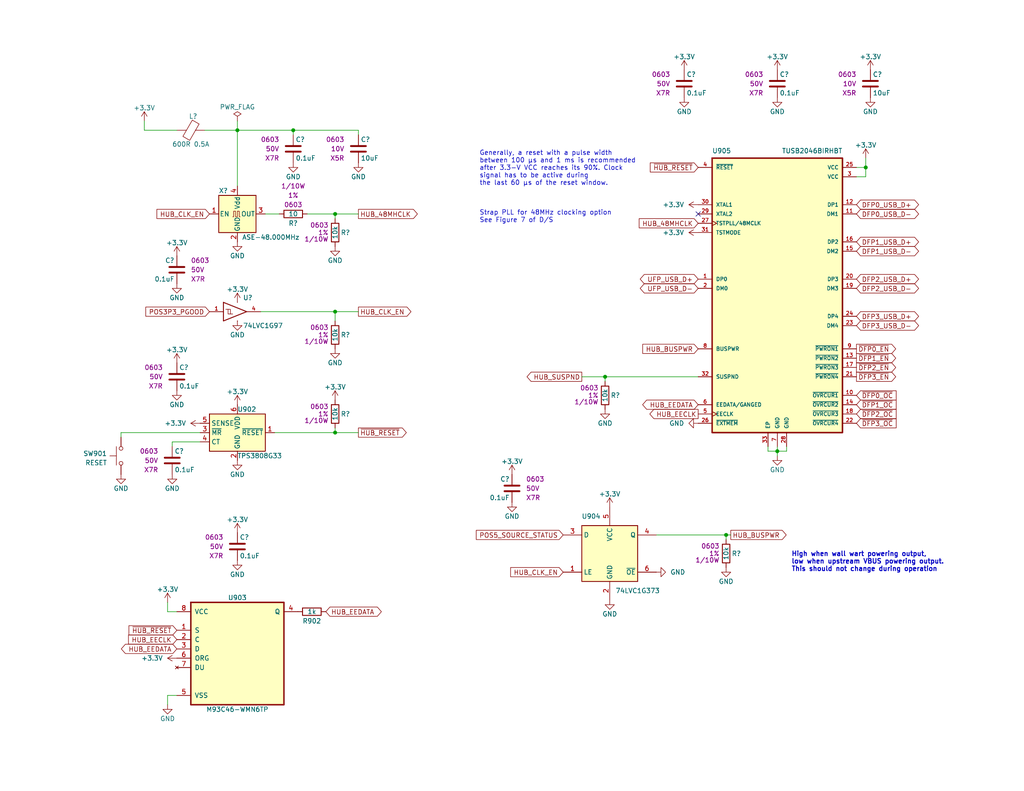
<source format=kicad_sch>
(kicad_sch (version 20230121) (generator eeschema)
  (paper "A")
  (title_block (title "USB Hub") (date "2023-08-20") (rev "PRELIM") (company "Drew Maatman"))
  (lib_symbols
    (symbol "74xGxx:74LVC1G373"
      (property "Reference" "U" (at -5.08 10.16 0))
      (property "Value" "74LVC1G373" (at 7.62 -10.16 0))
      (symbol "74LVC1G373_0_1"
        (rectangle (start -7.62 7.62) (end 7.62 -7.62) (stroke (width 0.254)) (fill (type background)))
      )
      (symbol "74LVC1G373_1_1"
        (pin input line (at -12.7 -5.08 0) (length 5.08) (name "LE") (number "1"))
        (pin power_in line (at 0 -12.7 90) (length 5.08) (name "GND") (number "2"))
        (pin input line (at -12.7 5.08 0) (length 5.08) (name "D") (number "3"))
        (pin tri_state line (at 12.7 5.08 180) (length 5.08) (name "Q") (number "4"))
        (pin power_in line (at 0 12.7 270) (length 5.08) (name "VCC") (number "5"))
        (pin input line (at 12.7 -5.08 180) (length 5.08) (name "~{OE}") (number "6"))
      )
    )
    (symbol "Custom Library:M93C46-WMN6TP" (pin_names (offset 1.016))
      (property "Reference" "U" (at 0 11.43 0))
      (property "Value" "M93C46-WMN6TP" (at 0 -19.05 0))
      (symbol "M93C46-WMN6TP_0_0"
        (rectangle (start -12.7 10.16) (end 12.7 -17.78) (stroke (width 0.4064)) (fill (type background)))
      )
      (symbol "M93C46-WMN6TP_1_0"
        (pin input line (at -16.51 2.54 0) (length 3.81) (name "S") (number "1"))
        (pin input line (at -16.51 0 0) (length 3.81) (name "C") (number "2"))
        (pin input line (at -16.51 -2.54 0) (length 3.81) (name "D") (number "3"))
        (pin output line (at 16.51 7.62 180) (length 3.81) (name "Q") (number "4"))
        (pin passive line (at -16.51 -15.24 0) (length 3.81) (name "VSS") (number "5"))
        (pin input line (at -16.51 -5.08 0) (length 3.81) (name "ORG") (number "6"))
        (pin no_connect line (at -16.51 -7.62 0) (length 3.81) (name "DU") (number "7"))
        (pin power_in line (at -16.51 7.62 0) (length 3.81) (name "VCC") (number "8"))
      )
    )
    (symbol "Custom Library:TUSB2046BIRHBT" (pin_names (offset 1.016))
      (property "Reference" "U" (at -17.78 36.83 0))
      (property "Value" "TUSB2046BIRHBT" (at 17.78 36.83 0))
      (symbol "TUSB2046BIRHBT_0_0"
        (rectangle (start -17.78 35.56) (end 17.78 -39.37) (stroke (width 0.4064)) (fill (type background)))
        (pin bidirectional line (at -21.59 2.54 0) (length 3.81) (name "DP0") (number "1"))
        (pin input line (at 21.59 -29.21 180) (length 3.81) (name "~{OVRCUR1}") (number "10"))
        (pin bidirectional line (at 21.59 20.32 180) (length 3.81) (name "DM1") (number "11"))
        (pin bidirectional line (at 21.59 22.86 180) (length 3.81) (name "DP1") (number "12"))
        (pin output line (at 21.59 -19.05 180) (length 3.81) (name "~{PWRON2}") (number "13"))
        (pin input line (at 21.59 -31.75 180) (length 3.81) (name "~{OVRCUR2}") (number "14"))
        (pin bidirectional line (at 21.59 10.16 180) (length 3.81) (name "DM2") (number "15"))
        (pin bidirectional line (at 21.59 12.7 180) (length 3.81) (name "DP2") (number "16"))
        (pin output line (at 21.59 -21.59 180) (length 3.81) (name "~{PWRON3}") (number "17"))
        (pin input line (at 21.59 -34.29 180) (length 3.81) (name "~{OVRCUR3}") (number "18"))
        (pin bidirectional line (at 21.59 0 180) (length 3.81) (name "DM3") (number "19"))
        (pin bidirectional line (at -21.59 0 0) (length 3.81) (name "DM0") (number "2"))
        (pin bidirectional line (at 21.59 2.54 180) (length 3.81) (name "DP3") (number "20"))
        (pin output line (at 21.59 -24.13 180) (length 3.81) (name "~{PWRON4}") (number "21"))
        (pin input line (at 21.59 -36.83 180) (length 3.81) (name "~{OVRCUR4}") (number "22"))
        (pin bidirectional line (at 21.59 -10.16 180) (length 3.81) (name "DM4") (number "23"))
        (pin bidirectional line (at 21.59 -7.62 180) (length 3.81) (name "DP4") (number "24"))
        (pin power_in line (at 21.59 33.02 180) (length 3.81) (name "VCC") (number "25"))
        (pin bidirectional clock (at -21.59 17.78 0) (length 3.81) (name "TSTPLL/48MCLK") (number "27"))
        (pin power_in line (at 2.54 -43.18 90) (length 3.81) (name "GND") (number "28"))
        (pin output line (at -21.59 20.32 0) (length 3.81) (name "XTAL2") (number "29"))
        (pin input line (at -21.59 22.86 0) (length 3.81) (name "XTAL1") (number "30"))
        (pin input line (at -21.59 15.24 0) (length 3.81) (name "TSTMODE") (number "31"))
        (pin output line (at -21.59 -24.13 0) (length 3.81) (name "SUSPND") (number "32"))
        (pin bidirectional line (at -2.54 -43.18 90) (length 3.81) (name "EP") (number "33"))
        (pin input line (at -21.59 33.02 0) (length 3.81) (name "~{RESET}") (number "4"))
        (pin output clock (at -21.59 -34.29 0) (length 3.81) (name "EECLK") (number "5"))
        (pin bidirectional line (at -21.59 -31.75 0) (length 3.81) (name "EEDATA/GANGED") (number "6"))
        (pin input line (at -21.59 -16.51 0) (length 3.81) (name "BUSPWR") (number "8"))
        (pin output line (at 21.59 -16.51 180) (length 3.81) (name "~{PWRON1}") (number "9"))
      )
      (symbol "TUSB2046BIRHBT_1_0"
        (pin input line (at -21.59 -36.83 0) (length 3.81) (name "~{EXTMEM}") (number "26"))
        (pin power_in line (at 21.59 30.48 180) (length 3.81) (name "VCC") (number "3"))
        (pin power_in line (at 0 -43.18 90) (length 3.81) (name "GND") (number "7"))
      )
    )
    (symbol "Custom_Library:74LVC1G97_Power_BUF" (pin_names (offset 1.016) hide)
      (property "Reference" "U" (at 1.524 3.81 0))
      (property "Value" "74LVC1G97_Power_BUF" (at 1.524 -3.81 0))
      (symbol "74LVC1G97_Power_BUF_1_1"
        (polyline (pts (xy -2.54 0.635) (xy -1.905 0.635) (xy -1.905 -0.635)))
        (polyline (pts (xy -3.81 2.54) (xy -3.81 -2.54) (xy 2.54 0) (xy -3.81 2.54)) (stroke (width 0.254)))
        (polyline (pts (xy -3.175 0.635) (xy -2.54 0.635) (xy -2.54 -0.635) (xy -1.27 -0.635)))
        (pin input line (at -7.62 0 0) (length 3.81) (name "~") (number "1"))
        (pin power_in line (at 0 -2.54 270) (length 0) (name "GND") (number "2"))
        (pin power_in line (at 0 -2.54 270) (length 0) (name "GND") (number "3"))
        (pin output line (at 6.35 0 180) (length 3.81) (name "~") (number "4"))
        (pin power_in line (at 0 2.54 90) (length 0) (name "VCC") (number "5"))
        (pin power_in line (at 0 -2.54 270) (length 0) (name "GND") (number "6"))
      )
    )
    (symbol "Custom_Library:C_Custom" (pin_numbers hide) (pin_names (offset 0.254))
      (property "Reference" "C" (at 0.635 2.54 0))
      (property "Value" "C_Custom" (at 0.635 -2.54 0))
      (property "display_footprint" "Foot" (at -3.81 2.54 0))
      (property "Voltage" "V" (at -3.81 0 0))
      (property "Dielectric" "Er" (at -3.81 -2.54 0))
      (symbol "C_Custom_0_1"
        (polyline (pts (xy -2.032 -0.762) (xy 2.032 -0.762)) (stroke (width 0.508)))
        (polyline (pts (xy -2.032 0.762) (xy 2.032 0.762)) (stroke (width 0.508)))
      )
      (symbol "C_Custom_1_1"
        (pin passive line (at 0 3.81 270) (length 2.794) (name "~") (number "1"))
        (pin passive line (at 0 -3.81 90) (length 2.794) (name "~") (number "2"))
      )
    )
    (symbol "Custom_Library:R_Custom" (pin_numbers hide) (pin_names (offset 1.016) hide)
      (property "Reference" "R" (at -2.54 0 90))
      (property "Value" "R_Custom" (at 0 0 90))
      (property "display_footprint" "Foot" (at 2.54 0 90))
      (property "Tolerance" "Tol" (at 5.08 0 90))
      (property "Wattage" "W" (at 7.62 0 90))
      (symbol "R_Custom_0_1"
        (rectangle (start 1.016 2.54) (end -1.016 -2.54) (stroke (width 0.254)))
      )
      (symbol "R_Custom_1_1"
        (pin passive line (at 0 3.81 270) (length 1.27) (name "1") (number "1"))
        (pin passive line (at 0 -3.81 90) (length 1.27) (name "2") (number "2"))
      )
    )
    (symbol "Device:Ferrite_Bead" (pin_numbers hide) (pin_names (offset 0))
      (property "Reference" "FB" (at -3.81 0.635 90))
      (property "Value" "Device_Ferrite_Bead" (at 3.81 0 90))
      (symbol "Ferrite_Bead_0_1"
        (polyline (pts (xy 0 -1.27) (xy 0 -1.2192)))
        (polyline (pts (xy 0 1.27) (xy 0 1.2954)))
        (polyline (pts (xy -2.7686 0.4064) (xy -1.7018 2.2606) (xy 2.7686 -0.3048) (xy 1.6764 -2.159) (xy -2.7686 0.4064)))
      )
      (symbol "Ferrite_Bead_1_1"
        (pin passive line (at 0 3.81 270) (length 2.54) (name "~") (number "1"))
        (pin passive line (at 0 -3.81 90) (length 2.54) (name "~") (number "2"))
      )
    )
    (symbol "Oscillator:ASE-xxxMHz" (pin_names (offset 0.254))
      (property "Reference" "X" (at -5.08 6.35 0))
      (property "Value" "ASE-xxxMHz" (at 1.27 -6.35 0))
      (symbol "ASE-xxxMHz_0_1"
        (rectangle (start -5.08 5.08) (end 5.08 -5.08) (stroke (width 0.254)) (fill (type background)))
        (polyline (pts (xy -1.27 -0.762) (xy -1.016 -0.762) (xy -1.016 0.762) (xy -0.508 0.762) (xy -0.508 -0.762) (xy 0 -0.762) (xy 0 0.762) (xy 0.508 0.762) (xy 0.508 -0.762) (xy 0.762 -0.762)))
      )
      (symbol "ASE-xxxMHz_1_1"
        (pin input line (at -7.62 0 0) (length 2.54) (name "EN") (number "1"))
        (pin power_in line (at 0 -7.62 90) (length 2.54) (name "GND") (number "2"))
        (pin output line (at 7.62 0 180) (length 2.54) (name "OUT") (number "3"))
        (pin power_in line (at 0 7.62 270) (length 2.54) (name "Vdd") (number "4"))
      )
    )
    (symbol "Power_Supervisor:TPS3808DBV"
      (property "Reference" "U" (at 0 8.89 0))
      (property "Value" "TPS3808DBV" (at 0 6.35 0))
      (symbol "TPS3808DBV_0_1"
        (rectangle (start -7.62 5.08) (end 7.62 -5.08) (stroke (width 0.254)) (fill (type background)))
      )
      (symbol "TPS3808DBV_1_1"
        (pin output line (at 10.16 0 180) (length 2.54) (name "~{RESET}") (number "1"))
        (pin power_in line (at 0 -7.62 90) (length 2.54) (name "GND") (number "2"))
        (pin input line (at -10.16 0 0) (length 2.54) (name "~{MR}") (number "3"))
        (pin input line (at -10.16 -2.54 0) (length 2.54) (name "CT") (number "4"))
        (pin input line (at -10.16 2.54 0) (length 2.54) (name "SENSE") (number "5"))
        (pin power_in line (at 0 7.62 270) (length 2.54) (name "VDD") (number "6"))
      )
    )
    (symbol "Switch:SW_Push" (pin_numbers hide) (pin_names (offset 1.016) hide)
      (property "Reference" "SW" (at 1.27 2.54 0))
      (property "Value" "SW_Push" (at 0 -1.524 0))
      (symbol "SW_Push_0_1"
        (circle (center -2.032 0) (radius 0.508))
        (polyline (pts (xy 0 1.27) (xy 0 3.048)))
        (polyline (pts (xy 2.54 1.27) (xy -2.54 1.27)))
        (circle (center 2.032 0) (radius 0.508))
        (pin passive line (at -5.08 0 0) (length 2.54) (name "1") (number "1"))
        (pin passive line (at 5.08 0 180) (length 2.54) (name "2") (number "2"))
      )
    )
    (symbol "power:+3.3V" (power) (pin_names (offset 0))
      (property "Value" "+3.3V" (at 0 3.556 0))
      (symbol "+3.3V_0_1"
        (polyline (pts (xy -0.762 1.27) (xy 0 2.54)))
        (polyline (pts (xy 0 0) (xy 0 2.54)))
        (polyline (pts (xy 0 2.54) (xy 0.762 1.27)))
      )
      (symbol "+3.3V_1_1"
        (pin power_in line (at 0 0 90) (length 0) hide (name "+3.3V") (number "1"))
      )
    )
    (symbol "power:GND" (power) (pin_names (offset 0))
      (property "Value" "GND" (at 0 -3.81 0))
      (symbol "GND_0_1"
        (polyline (pts (xy 0 0) (xy 0 -1.27) (xy 1.27 -1.27) (xy 0 -2.54) (xy -1.27 -1.27) (xy 0 -1.27)))
      )
      (symbol "GND_1_1"
        (pin power_in line (at 0 0 270) (length 0) hide (name "GND") (number "1"))
      )
    )
    (symbol "power:PWR_FLAG" (power) (pin_numbers hide) (pin_names (offset 0) hide)
      (property "Value" "PWR_FLAG" (at 0 3.81 0))
      (symbol "PWR_FLAG_0_0"
        (pin power_out line (at 0 0 90) (length 0) (name "pwr") (number "1"))
      )
      (symbol "PWR_FLAG_0_1"
        (polyline (pts (xy 0 0) (xy 0 1.27) (xy -1.016 1.905) (xy 0 2.54) (xy 1.016 1.905) (xy 0 1.27)))
      )
    )
  )
  (junction (at 80.01 35.56))
  (junction (at 212.09 123.19))
  (junction (at 198.12 146.05))
  (junction (at 64.77 35.56))
  (junction (at 165.1 102.87))
  (junction (at 91.44 85.09))
  (junction (at 91.44 58.42))
  (junction (at 236.22 45.72))
  (junction (at 91.44 118.11))
  (no_connect (at 190.5 58.42))
  (wire (pts (xy 233.68 48.26) (xy 236.22 48.26)))
  (wire (pts (xy 76.2 58.42) (xy 72.39 58.42)))
  (wire (pts (xy 46.99 120.65) (xy 46.99 121.92)))
  (wire (pts (xy 214.63 121.92) (xy 214.63 123.19)))
  (wire (pts (xy 91.44 58.42) (xy 91.44 59.69)))
  (wire (pts (xy 64.77 35.56) (xy 64.77 50.8)))
  (wire (pts (xy 209.55 121.92) (xy 209.55 123.19)))
  (wire (pts (xy 80.01 35.56) (xy 97.79 35.56)))
  (wire (pts (xy 80.01 35.56) (xy 64.77 35.56)))
  (wire (pts (xy 212.09 123.19) (xy 212.09 124.46)))
  (wire (pts (xy 64.77 33.02) (xy 64.77 35.56)))
  (wire (pts (xy 179.07 146.05) (xy 198.12 146.05)))
  (wire (pts (xy 91.44 87.63) (xy 91.44 85.09)))
  (wire (pts (xy 198.12 146.05) (xy 198.12 147.32)))
  (wire (pts (xy 190.5 102.87) (xy 165.1 102.87)))
  (wire (pts (xy 45.72 189.865) (xy 48.26 189.865)))
  (wire (pts (xy 39.37 35.56) (xy 48.26 35.56)))
  (wire (pts (xy 54.61 120.65) (xy 46.99 120.65)))
  (wire (pts (xy 45.72 167.005) (xy 45.72 164.465)))
  (wire (pts (xy 158.75 102.87) (xy 165.1 102.87)))
  (wire (pts (xy 39.37 33.02) (xy 39.37 35.56)))
  (wire (pts (xy 236.22 43.18) (xy 236.22 45.72)))
  (wire (pts (xy 74.93 118.11) (xy 91.44 118.11)))
  (wire (pts (xy 209.55 123.19) (xy 212.09 123.19)))
  (wire (pts (xy 45.72 167.005) (xy 48.26 167.005)))
  (wire (pts (xy 83.82 58.42) (xy 91.44 58.42)))
  (wire (pts (xy 97.79 85.09) (xy 91.44 85.09)))
  (wire (pts (xy 33.02 118.11) (xy 33.02 119.38)))
  (wire (pts (xy 91.44 118.11) (xy 91.44 116.84)))
  (wire (pts (xy 80.01 36.83) (xy 80.01 35.56)))
  (wire (pts (xy 212.09 123.19) (xy 214.63 123.19)))
  (wire (pts (xy 97.79 35.56) (xy 97.79 36.83)))
  (wire (pts (xy 91.44 118.11) (xy 97.79 118.11)))
  (wire (pts (xy 45.72 192.405) (xy 45.72 189.865)))
  (wire (pts (xy 54.61 118.11) (xy 33.02 118.11)))
  (wire (pts (xy 236.22 45.72) (xy 236.22 48.26)))
  (wire (pts (xy 165.1 102.87) (xy 165.1 104.14)))
  (wire (pts (xy 233.68 45.72) (xy 236.22 45.72)))
  (wire (pts (xy 71.12 85.09) (xy 91.44 85.09)))
  (wire (pts (xy 97.79 58.42) (xy 91.44 58.42)))
  (wire (pts (xy 55.88 35.56) (xy 64.77 35.56)))
  (wire (pts (xy 212.09 121.92) (xy 212.09 123.19)))
  (wire (pts (xy 198.12 146.05) (xy 199.39 146.05)))
  (text "Strap PLL for 48MHz clocking option\nSee Figure 7 of D/S" (at 130.81 60.96 0) (effects (font (size 1.27 1.27)) (justify left bottom)))
  (text "Generally, a reset with a pulse width\nbetween 100 μs and 1 ms is recommended\nafter 3.3-V VCC reaches its 90%. Clock\nsignal has to be active during\nthe last 60 μs of the reset window.\n" (at 130.81 50.8 0) (effects (font (size 1.27 1.27)) (justify left bottom)))
  (text "High when wall wart powering output,\nlow when upstream VBUS powering output.\nThis should not change during operation" (at 215.9 156.21 0) (effects (font (size 1.27 1.27) bold) (justify left bottom)))
  (global_label "POS5_SOURCE_STATUS" (shape input) (at 153.67 146.05 180) (property "Intersheetrefs" "${INTERSHEET_REFS}" (effects hide)))
  (global_label "~{HUB_RESET}" (shape output) (at 97.79 118.11 0) (property "Intersheetrefs" "${INTERSHEET_REFS}" (effects hide)))
  (global_label "DFP3_USB_D+" (shape bidirectional) (at 233.68 86.36 0) (property "Intersheetrefs" "${INTERSHEET_REFS}" (effects hide)))
  (global_label "HUB_EECLK" (shape output) (at 190.5 113.03 180) (property "Intersheetrefs" "${INTERSHEET_REFS}" (effects hide)))
  (global_label "~{DFP1_EN}" (shape output) (at 233.68 97.79 0) (property "Intersheetrefs" "${INTERSHEET_REFS}" (effects hide)))
  (global_label "HUB_CLK_EN" (shape input) (at 153.67 156.21 180) (property "Intersheetrefs" "${INTERSHEET_REFS}" (effects hide)))
  (global_label "HUB_BUSPWR" (shape output) (at 199.39 146.05 0) (property "Intersheetrefs" "${INTERSHEET_REFS}" (effects hide)))
  (global_label "UFP_USB_D-" (shape bidirectional) (at 190.5 78.74 180) (property "Intersheetrefs" "${INTERSHEET_REFS}" (effects hide)))
  (global_label "~{DFP0_OC}" (shape input) (at 233.68 107.95 0) (property "Intersheetrefs" "${INTERSHEET_REFS}" (effects hide)))
  (global_label "~{HUB_RESET}" (shape input) (at 190.5 45.72 180) (property "Intersheetrefs" "${INTERSHEET_REFS}" (effects hide)))
  (global_label "HUB_BUSPWR" (shape input) (at 190.5 95.25 180) (property "Intersheetrefs" "${INTERSHEET_REFS}" (effects hide)))
  (global_label "DFP3_USB_D-" (shape bidirectional) (at 233.68 88.9 0) (property "Intersheetrefs" "${INTERSHEET_REFS}" (effects hide)))
  (global_label "HUB_SUSPND" (shape output) (at 158.75 102.87 180) (property "Intersheetrefs" "${INTERSHEET_REFS}" (effects hide)))
  (global_label "HUB_48MHCLK" (shape input) (at 190.5 60.96 180) (property "Intersheetrefs" "${INTERSHEET_REFS}" (effects hide)))
  (global_label "DFP1_USB_D+" (shape bidirectional) (at 233.68 66.04 0) (property "Intersheetrefs" "${INTERSHEET_REFS}" (effects hide)))
  (global_label "~{DFP3_OC}" (shape input) (at 233.68 115.57 0) (property "Intersheetrefs" "${INTERSHEET_REFS}" (effects hide)))
  (global_label "DFP2_USB_D+" (shape bidirectional) (at 233.68 76.2 0) (property "Intersheetrefs" "${INTERSHEET_REFS}" (effects hide)))
  (global_label "~{DFP2_EN}" (shape output) (at 233.68 100.33 0) (property "Intersheetrefs" "${INTERSHEET_REFS}" (effects hide)))
  (global_label "~{DFP0_EN}" (shape output) (at 233.68 95.25 0) (property "Intersheetrefs" "${INTERSHEET_REFS}" (effects hide)))
  (global_label "UFP_USB_D+" (shape bidirectional) (at 190.5 76.2 180) (property "Intersheetrefs" "${INTERSHEET_REFS}" (effects hide)))
  (global_label "HUB_48MHCLK" (shape output) (at 97.79 58.42 0) (property "Intersheetrefs" "${INTERSHEET_REFS}" (effects hide)))
  (global_label "DFP0_USB_D-" (shape bidirectional) (at 233.68 58.42 0) (property "Intersheetrefs" "${INTERSHEET_REFS}" (effects hide)))
  (global_label "~{DFP3_EN}" (shape output) (at 233.68 102.87 0) (property "Intersheetrefs" "${INTERSHEET_REFS}" (effects hide)))
  (global_label "DFP0_USB_D+" (shape bidirectional) (at 233.68 55.88 0) (property "Intersheetrefs" "${INTERSHEET_REFS}" (effects hide)))
  (global_label "~{HUB_RESET}" (shape input) (at 48.26 172.085 180) (property "Intersheetrefs" "${INTERSHEET_REFS}" (effects hide)))
  (global_label "HUB_EEDATA" (shape bidirectional) (at 48.26 177.165 180) (property "Intersheetrefs" "${INTERSHEET_REFS}" (effects hide)))
  (global_label "HUB_EEDATA" (shape bidirectional) (at 88.9 167.005 0) (property "Intersheetrefs" "${INTERSHEET_REFS}" (effects hide)))
  (global_label "HUB_CLK_EN" (shape output) (at 97.79 85.09 0) (property "Intersheetrefs" "${INTERSHEET_REFS}" (effects hide)))
  (global_label "DFP1_USB_D-" (shape bidirectional) (at 233.68 68.58 0) (property "Intersheetrefs" "${INTERSHEET_REFS}" (effects hide)))
  (global_label "HUB_CLK_EN" (shape input) (at 57.15 58.42 180) (property "Intersheetrefs" "${INTERSHEET_REFS}" (effects hide)))
  (global_label "HUB_EEDATA" (shape bidirectional) (at 190.5 110.49 180) (property "Intersheetrefs" "${INTERSHEET_REFS}" (effects hide)))
  (global_label "DFP2_USB_D-" (shape bidirectional) (at 233.68 78.74 0) (property "Intersheetrefs" "${INTERSHEET_REFS}" (effects hide)))
  (global_label "HUB_EECLK" (shape input) (at 48.26 174.625 180) (property "Intersheetrefs" "${INTERSHEET_REFS}" (effects hide)))
  (global_label "~{DFP1_OC}" (shape input) (at 233.68 110.49 0) (property "Intersheetrefs" "${INTERSHEET_REFS}" (effects hide)))
  (global_label "POS3P3_PGOOD" (shape input) (at 57.15 85.09 180) (property "Intersheetrefs" "${INTERSHEET_REFS}" (effects hide)))
  (global_label "~{DFP2_OC}" (shape input) (at 233.68 113.03 0) (property "Intersheetrefs" "${INTERSHEET_REFS}" (effects hide)))
  (symbol (lib_id "power:+3.3V") (at 64.77 82.55 0) (unit 1)
    (property "Reference" "#PWR?" (effects hide))
    (property "Value" "+3.3V" (at 64.77 78.994 0))
    (instances (project "LED_Panel_Controller" (path "" (reference "#PWR?") (unit 1)) (path "" (reference "#PWR?") (unit 1))) (project "USB_Hub" (path "" (reference "#PWR0913") (unit 1))))
  )
  (symbol (lib_id "power:GND") (at 212.09 26.67 0) (unit 1)
    (property "Reference" "#PWR?" (effects hide))
    (property "Value" "GND" (at 212.09 30.48 0))
    (instances (project "USB_Hub" (path "" (reference "#PWR?") (unit 1)) (path "" (reference "#PWR?") (unit 1)) (path "" (reference "#PWR0937") (unit 1))))
  )
  (symbol (lib_id "power:GND") (at 48.26 106.68 0) (unit 1)
    (property "Reference" "#PWR?" (effects hide))
    (property "Value" "GND" (at 48.26 110.49 0))
    (instances (project "USB_Hub" (path "" (reference "#PWR?") (unit 1)) (path "" (reference "#PWR?") (unit 1)) (path "" (reference "#PWR0909") (unit 1))))
  )
  (symbol (lib_id "Custom_Library:C_Custom") (at 237.49 22.86 0) (unit 1)
    (property "Reference" "C?" (at 238.125 20.32 0) (effects (justify left)))
    (property "Value" "10uF" (at 238.125 25.4 0) (effects (justify left)))
    (property "Footprint" "Capacitors_SMD:C_0603" (effects hide))
    (property "display_footprint" "0603" (at 233.68 20.32 0) (effects (justify right)))
    (property "Voltage" "10V" (at 233.68 22.86 0) (effects (justify right)))
    (property "Dielectric" "X5R" (at 233.68 25.4 0) (effects (justify right)))
    (property "Digi-Key PN" "1276-1871-1-ND" (effects hide))
    (instances (project "Analog_Clock" (path "" (reference "C?") (unit 1)) (path "" (reference "C?") (unit 1)) (path "" (reference "C?") (unit 1)) (path "" (reference "C?") (unit 1)) (path "" (reference "C?") (unit 1)) (path "" (reference "C?") (unit 1)) (path "" (reference "C?") (unit 1)) (path "" (reference "C?") (unit 1)) (path "" (reference "C?") (unit 1)) (path "" (reference "C?") (unit 1)) (path "" (reference "C?") (unit 1))) (project "Nixie_Clock_Core" (path "" (reference "C?") (unit 1))) (project "USB_Hub" (path "" (reference "C910") (unit 1))))
  )
  (symbol (lib_id "power:+3.3V") (at 190.5 55.88 90) (unit 1)
    (property "Reference" "#PWR0932" (effects hide))
    (property "Value" "+3.3V" (at 186.69 55.88 90) (effects (justify left)))
  )
  (symbol (lib_id "Switch:SW_Push") (at 33.02 124.46 90) (unit 1)
    (property "Reference" "SW901" (at 29.21 123.825 90) (effects (justify left)))
    (property "Value" "RESET" (at 29.21 126.365 90) (effects (justify left)))
  )
  (symbol (lib_id "power:+3.3V") (at 48.26 69.85 0) (unit 1)
    (property "Reference" "#PWR?" (effects hide))
    (property "Value" "+3.3V" (at 48.26 66.294 0))
    (instances (project "LED_Panel_Controller" (path "" (reference "#PWR?") (unit 1)) (path "" (reference "#PWR?") (unit 1))) (project "USB_Hub" (path "" (reference "#PWR0906") (unit 1))))
  )
  (symbol (lib_id "power:PWR_FLAG") (at 64.77 33.02 0) (unit 1)
    (property "Reference" "#FLG?" (effects hide))
    (property "Value" "PWR_FLAG" (at 64.77 29.21 0))
    (instances (project "LED_Panel_Controller" (path "" (reference "#FLG?") (unit 1))) (project "USB_Hub" (path "" (reference "#FLG0901") (unit 1))))
  )
  (symbol (lib_id "power:+3.3V") (at 236.22 43.18 0) (unit 1)
    (property "Reference" "#PWR0939" (effects hide))
    (property "Value" "+3.3V" (at 236.22 39.624 0))
  )
  (symbol (lib_id "Custom Library:M93C46-WMN6TP") (at 64.77 174.625 0) (unit 1)
    (property "Reference" "U903" (at 64.77 163.195 0))
    (property "Value" "M93C46-WMN6TP" (at 64.77 193.675 0))
    (property "Footprint" "Package_SO:SOIC-8_3.9x4.9mm_P1.27mm" (effects hide))
    (property "Datasheet" "https://www.st.com/resource/en/datasheet/m93c46-w.pdf" (effects hide))
  )
  (symbol (lib_id "Custom_Library:R_Custom") (at 91.44 113.03 0) (mirror y) (unit 1)
    (property "Reference" "R?" (at 92.964 113.03 0) (effects (justify right)))
    (property "Value" "10k" (at 91.44 113.03 90))
    (property "Footprint" "Resistors_SMD:R_0402" (effects hide))
    (property "display_footprint" "0603" (at 89.662 110.998 0) (effects (justify left)))
    (property "Tolerance" "1%" (at 89.662 113.03 0) (effects (justify left)))
    (property "Wattage" "1/10W" (at 89.662 114.808 0) (effects (justify left)))
    (instances (project "LED_Panel_Controller" (path "" (reference "R?") (unit 1)) (path "" (reference "R?") (unit 1)) (path "" (reference "R?") (unit 1)) (path "" (reference "R?") (unit 1)) (path "" (reference "R?") (unit 1)) (path "" (reference "R?") (unit 1)) (path "" (reference "R?") (unit 1)) (path "" (reference "R?") (unit 1)) (path "" (reference "R?") (unit 1)) (path "" (reference "R?") (unit 1)) (path "" (reference "R?") (unit 1))) (project "USB_Hub" (path "" (reference "R905") (unit 1))))
  )
  (symbol (lib_id "power:GND") (at 166.37 163.83 0) (unit 1)
    (property "Reference" "#PWR0928" (effects hide))
    (property "Value" "GND" (at 166.37 167.64 0))
  )
  (symbol (lib_id "power:GND") (at 80.01 44.45 0) (unit 1)
    (property "Reference" "#PWR?" (effects hide))
    (property "Value" "GND" (at 80.01 48.26 0))
    (instances (project "LED_Panel_Controller" (path "" (reference "#PWR?") (unit 1))) (project "USB_Hub" (path "" (reference "#PWR0919") (unit 1))))
  )
  (symbol (lib_id "Custom_Library:R_Custom") (at 85.09 167.005 270) (mirror x) (unit 1)
    (property "Reference" "R?" (at 85.09 169.545 90))
    (property "Value" "1k" (at 85.09 167.005 90))
    (property "Footprint" "Resistors_SMD:R_0603" (effects hide))
    (property "display_footprint" "0603" (effects hide))
    (property "Tolerance" "1%" (effects hide))
    (property "Wattage" "1/10W" (effects hide))
    (instances (project "USB_Hub" (path "" (reference "R902") (unit 1))))
  )
  (symbol (lib_id "Custom Library:TUSB2046BIRHBT") (at 212.09 78.74 0) (unit 1)
    (property "Reference" "U905" (at 194.31 41.91 0) (effects (justify left bottom)))
    (property "Value" "TUSB2046BIRHBT" (at 229.87 41.91 0) (effects (justify right bottom)))
    (property "Footprint" "Package_DFN_QFN:VQFN-32-1EP_5x5mm_P0.5mm_EP3.5x3.5mm" (effects hide))
    (property "Datasheet" "https://www.ti.com/lit/ds/symlink/tusb2046b.pdf?HQS=dis-dk-null-digikeymode-dsf-pf-null-wwe&ts=1691607490658&ref_url=https%253A%252F%252Fwww.ti.com%252Fgeneral%252Fdocs%252Fsuppproductinfo.tsp%253FdistId%253D10%2526gotoUrl%253Dhttps%253A%252F%252Fwww.ti.com%252Flit%252Fgpn%252Ftusb2046b" (effects hide))
    (property "Digi-Key PN" "296-27130-1-ND" (effects hide))
  )
  (symbol (lib_id "power:+3.3V") (at 64.77 145.415 0) (unit 1)
    (property "Reference" "#PWR0917" (effects hide))
    (property "Value" "+3.3V" (at 64.77 141.859 0))
  )
  (symbol (lib_id "power:+3.3V") (at 186.69 19.05 0) (unit 1)
    (property "Reference" "#PWR0930" (effects hide))
    (property "Value" "+3.3V" (at 186.69 15.494 0))
  )
  (symbol (lib_id "power:+3.3V") (at 48.26 99.06 0) (unit 1)
    (property "Reference" "#PWR0908" (effects hide))
    (property "Value" "+3.3V" (at 48.26 95.504 0))
  )
  (symbol (lib_id "Custom_Library:C_Custom") (at 186.69 22.86 0) (unit 1)
    (property "Reference" "C?" (at 187.325 20.32 0) (effects (justify left)))
    (property "Value" "0.1uF" (at 187.325 25.4 0) (effects (justify left)))
    (property "Footprint" "Capacitors_SMD:C_0603" (effects hide))
    (property "display_footprint" "0603" (at 182.88 20.32 0) (effects (justify right)))
    (property "Voltage" "50V" (at 182.88 22.86 0) (effects (justify right)))
    (property "Dielectric" "X7R" (at 182.88 25.4 0) (effects (justify right)))
    (property "Digi-Key PN" "1276-1935-1-ND" (effects hide))
    (instances (project "USB_Hub" (path "" (reference "C?") (unit 1)) (path "" (reference "C?") (unit 1)) (path "" (reference "C908") (unit 1))))
  )
  (symbol (lib_id "Custom_Library:74LVC1G97_Power_BUF") (at 64.77 85.09 0) (unit 1)
    (property "Reference" "U?" (at 66.294 81.28 0) (effects (justify left)))
    (property "Value" "74LVC1G97" (at 66.294 88.9 0) (effects (justify left)))
    (property "Footprint" "Package_TO_SOT_SMD:SOT-363_SC-70-6" (effects hide))
    (property "Datasheet" "http://www.ti.com/lit/ds/symlink/sn74lvc1g97.pdf" (effects hide))
    (property "Digi-Key PN" "1727-1772-1-ND" (effects hide))
    (instances (project "LED_Panel_Controller" (path "" (reference "U?") (unit 1))) (project "USB_Hub" (path "" (reference "U901") (unit 1))))
  )
  (symbol (lib_id "power:GND") (at 64.77 66.04 0) (unit 1)
    (property "Reference" "#PWR?" (effects hide))
    (property "Value" "GND" (at 64.77 69.85 0))
    (instances (project "LED_Panel_Controller" (path "" (reference "#PWR?") (unit 1))) (project "USB_Hub" (path "" (reference "#PWR0912") (unit 1))))
  )
  (symbol (lib_id "power:GND") (at 165.1 111.76 0) (unit 1)
    (property "Reference" "#PWR0926" (effects hide))
    (property "Value" "GND" (at 165.1 115.57 0))
  )
  (symbol (lib_id "power:+3.3V") (at 64.77 110.49 0) (unit 1)
    (property "Reference" "#PWR0915" (effects hide))
    (property "Value" "+3.3V" (at 64.77 106.934 0))
  )
  (symbol (lib_id "power:GND") (at 48.26 77.47 0) (unit 1)
    (property "Reference" "#PWR?" (effects hide))
    (property "Value" "GND" (at 48.26 81.28 0))
    (instances (project "LED_Panel_Controller" (path "" (reference "#PWR?") (unit 1)) (path "" (reference "#PWR?") (unit 1))) (project "USB_Hub" (path "" (reference "#PWR0907") (unit 1))))
  )
  (symbol (lib_id "Custom_Library:R_Custom") (at 80.01 58.42 90) (unit 1)
    (property "Reference" "R?" (at 80.01 60.96 90))
    (property "Value" "10" (at 80.01 58.42 90))
    (property "Footprint" "Resistors_SMD:R_0402" (effects hide))
    (property "display_footprint" "0603" (at 80.01 55.88 90))
    (property "Tolerance" "1%" (at 80.01 53.34 90))
    (property "Wattage" "1/10W" (at 80.01 50.8 90))
    (instances (project "LED_Panel_Controller" (path "" (reference "R?") (unit 1)) (path "" (reference "R?") (unit 1))) (project "USB_Hub" (path "" (reference "R901") (unit 1))))
  )
  (symbol (lib_id "power:+3.3V") (at 91.44 109.22 0) (unit 1)
    (property "Reference" "#PWR0922" (effects hide))
    (property "Value" "+3.3V" (at 91.44 105.664 0))
  )
  (symbol (lib_id "power:GND") (at 212.09 124.46 0) (unit 1)
    (property "Reference" "#PWR0938" (effects hide))
    (property "Value" "GND" (at 212.09 128.27 0))
  )
  (symbol (lib_id "Custom_Library:C_Custom") (at 46.99 125.73 0) (unit 1)
    (property "Reference" "C?" (at 47.625 123.19 0) (effects (justify left)))
    (property "Value" "0.1uF" (at 47.625 128.27 0) (effects (justify left)))
    (property "Footprint" "Capacitors_SMD:C_0603" (effects hide))
    (property "display_footprint" "0603" (at 43.18 123.19 0) (effects (justify right)))
    (property "Voltage" "50V" (at 43.18 125.73 0) (effects (justify right)))
    (property "Dielectric" "X7R" (at 43.18 128.27 0) (effects (justify right)))
    (property "Digi-Key PN" "1276-1935-1-ND" (effects hide))
    (instances (project "USB_Hub" (path "" (reference "C?") (unit 1)) (path "" (reference "C?") (unit 1)) (path "" (reference "C901") (unit 1))))
  )
  (symbol (lib_id "power:GND") (at 46.99 129.54 0) (unit 1)
    (property "Reference" "#PWR?" (effects hide))
    (property "Value" "GND" (at 46.99 133.35 0))
    (instances (project "LED_Panel_Controller" (path "" (reference "#PWR?") (unit 1)) (path "" (reference "#PWR?") (unit 1))) (project "USB_Hub" (path "" (reference "#PWR0905") (unit 1))))
  )
  (symbol (lib_id "power:+3.3V") (at 237.49 19.05 0) (unit 1)
    (property "Reference" "#PWR0940" (effects hide))
    (property "Value" "+3.3V" (at 237.49 15.494 0))
  )
  (symbol (lib_id "Custom_Library:C_Custom") (at 48.26 102.87 0) (unit 1)
    (property "Reference" "C?" (at 48.895 100.33 0) (effects (justify left)))
    (property "Value" "0.1uF" (at 48.895 105.41 0) (effects (justify left)))
    (property "Footprint" "Capacitors_SMD:C_0603" (effects hide))
    (property "display_footprint" "0603" (at 44.45 100.33 0) (effects (justify right)))
    (property "Voltage" "50V" (at 44.45 102.87 0) (effects (justify right)))
    (property "Dielectric" "X7R" (at 44.45 105.41 0) (effects (justify right)))
    (property "Digi-Key PN" "1276-1935-1-ND" (effects hide))
    (instances (project "USB_Hub" (path "" (reference "C?") (unit 1)) (path "" (reference "C?") (unit 1)) (path "" (reference "C903") (unit 1))))
  )
  (symbol (lib_id "power:GND") (at 91.44 95.25 0) (unit 1)
    (property "Reference" "#PWR?" (effects hide))
    (property "Value" "GND" (at 91.44 99.06 0))
    (instances (project "LED_Panel_Controller" (path "" (reference "#PWR?") (unit 1)) (path "" (reference "#PWR?") (unit 1))) (project "USB_Hub" (path "" (reference "#PWR0921") (unit 1))))
  )
  (symbol (lib_id "power:+3.3V") (at 212.09 19.05 0) (unit 1)
    (property "Reference" "#PWR0936" (effects hide))
    (property "Value" "+3.3V" (at 212.09 15.494 0))
  )
  (symbol (lib_id "power:GND") (at 97.79 44.45 0) (unit 1)
    (property "Reference" "#PWR?" (effects hide))
    (property "Value" "GND" (at 97.79 48.26 0))
    (instances (project "LED_Panel_Controller" (path "" (reference "#PWR?") (unit 1))) (project "USB_Hub" (path "" (reference "#PWR0923") (unit 1))))
  )
  (symbol (lib_id "power:GND") (at 91.44 67.31 0) (unit 1)
    (property "Reference" "#PWR?" (effects hide))
    (property "Value" "GND" (at 91.44 71.12 0))
    (instances (project "LED_Panel_Controller" (path "" (reference "#PWR?") (unit 1)) (path "" (reference "#PWR?") (unit 1)) (path "" (reference "#PWR?") (unit 1)) (path "" (reference "#PWR?") (unit 1)) (path "" (reference "#PWR?") (unit 1))) (project "USB_Hub" (path "" (reference "#PWR0920") (unit 1))))
  )
  (symbol (lib_id "power:+3.3V") (at 139.7 129.54 0) (unit 1)
    (property "Reference" "#PWR?" (effects hide))
    (property "Value" "+3.3V" (at 139.7 125.984 0))
    (instances (project "LED_Panel_Controller" (path "" (reference "#PWR?") (unit 1)) (path "" (reference "#PWR?") (unit 1))) (project "USB_Hub" (path "" (reference "#PWR0924") (unit 1))))
  )
  (symbol (lib_id "power:GND") (at 33.02 129.54 0) (unit 1)
    (property "Reference" "#PWR?" (effects hide))
    (property "Value" "GND" (at 33.02 133.35 0))
    (instances (project "LED_Panel_Controller" (path "" (reference "#PWR?") (unit 1)) (path "" (reference "#PWR?") (unit 1))) (project "USB_Hub" (path "" (reference "#PWR0901") (unit 1))))
  )
  (symbol (lib_id "power:GND") (at 45.72 192.405 0) (unit 1)
    (property "Reference" "#PWR0904" (effects hide))
    (property "Value" "GND" (at 45.72 196.215 0))
  )
  (symbol (lib_id "Custom_Library:C_Custom") (at 64.77 149.225 0) (unit 1)
    (property "Reference" "C?" (at 65.405 146.685 0) (effects (justify left)))
    (property "Value" "0.1uF" (at 65.405 151.765 0) (effects (justify left)))
    (property "Footprint" "Capacitors_SMD:C_0603" (effects hide))
    (property "display_footprint" "0603" (at 60.96 146.685 0) (effects (justify right)))
    (property "Voltage" "50V" (at 60.96 149.225 0) (effects (justify right)))
    (property "Dielectric" "X7R" (at 60.96 151.765 0) (effects (justify right)))
    (property "Digi-Key PN" "1276-1935-1-ND" (effects hide))
    (instances (project "USB_Hub" (path "" (reference "C?") (unit 1)) (path "" (reference "C?") (unit 1)) (path "" (reference "C904") (unit 1))))
  )
  (symbol (lib_id "power:GND") (at 198.12 154.94 0) (unit 1)
    (property "Reference" "#PWR0935" (effects hide))
    (property "Value" "GND" (at 198.12 158.75 0))
  )
  (symbol (lib_id "Custom_Library:R_Custom") (at 198.12 151.13 0) (mirror y) (unit 1)
    (property "Reference" "R?" (at 199.644 151.13 0) (effects (justify right)))
    (property "Value" "10k" (at 198.12 151.13 90))
    (property "Footprint" "Resistors_SMD:R_0402" (effects hide))
    (property "display_footprint" "0603" (at 196.342 149.098 0) (effects (justify left)))
    (property "Tolerance" "1%" (at 196.342 151.13 0) (effects (justify left)))
    (property "Wattage" "1/10W" (at 196.342 152.908 0) (effects (justify left)))
    (instances (project "LED_Panel_Controller" (path "" (reference "R?") (unit 1)) (path "" (reference "R?") (unit 1)) (path "" (reference "R?") (unit 1)) (path "" (reference "R?") (unit 1)) (path "" (reference "R?") (unit 1)) (path "" (reference "R?") (unit 1)) (path "" (reference "R?") (unit 1)) (path "" (reference "R?") (unit 1)) (path "" (reference "R?") (unit 1)) (path "" (reference "R?") (unit 1)) (path "" (reference "R?") (unit 1))) (project "USB_Hub" (path "" (reference "R907") (unit 1))))
  )
  (symbol (lib_id "power:+3.3V") (at 48.26 179.705 90) (unit 1)
    (property "Reference" "#PWR0910" (effects hide))
    (property "Value" "+3.3V" (at 44.45 179.705 90) (effects (justify left)))
  )
  (symbol (lib_id "Custom_Library:C_Custom") (at 97.79 40.64 0) (unit 1)
    (property "Reference" "C?" (at 98.425 38.1 0) (effects (justify left)))
    (property "Value" "10uF" (at 98.425 43.18 0) (effects (justify left)))
    (property "Footprint" "Capacitors_SMD:C_0603" (effects hide))
    (property "display_footprint" "0603" (at 93.98 38.1 0) (effects (justify right)))
    (property "Voltage" "10V" (at 93.98 40.64 0) (effects (justify right)))
    (property "Dielectric" "X5R" (at 93.98 43.18 0) (effects (justify right)))
    (property "Digi-Key PN" "1276-1871-1-ND" (effects hide))
    (instances (project "LED_Panel_Controller" (path "" (reference "C?") (unit 1)) (path "" (reference "C?") (unit 1)) (path "" (reference "C?") (unit 1)) (path "" (reference "C?") (unit 1)) (path "" (reference "C?") (unit 1)) (path "" (reference "C?") (unit 1)) (path "" (reference "C?") (unit 1)) (path "" (reference "C?") (unit 1)) (path "" (reference "C?") (unit 1))) (project "USB_Hub" (path "" (reference "C906") (unit 1))))
  )
  (symbol (lib_id "Custom_Library:R_Custom") (at 165.1 107.95 0) (mirror y) (unit 1)
    (property "Reference" "R?" (at 166.624 107.95 0) (effects (justify right)))
    (property "Value" "10k" (at 165.1 107.95 90))
    (property "Footprint" "Resistors_SMD:R_0402" (effects hide))
    (property "display_footprint" "0603" (at 163.322 105.918 0) (effects (justify left)))
    (property "Tolerance" "1%" (at 163.322 107.95 0) (effects (justify left)))
    (property "Wattage" "1/10W" (at 163.322 109.728 0) (effects (justify left)))
    (instances (project "LED_Panel_Controller" (path "" (reference "R?") (unit 1)) (path "" (reference "R?") (unit 1)) (path "" (reference "R?") (unit 1)) (path "" (reference "R?") (unit 1)) (path "" (reference "R?") (unit 1)) (path "" (reference "R?") (unit 1)) (path "" (reference "R?") (unit 1)) (path "" (reference "R?") (unit 1)) (path "" (reference "R?") (unit 1)) (path "" (reference "R?") (unit 1)) (path "" (reference "R?") (unit 1))) (project "USB_Hub" (path "" (reference "R906") (unit 1))))
  )
  (symbol (lib_id "Custom_Library:R_Custom") (at 91.44 63.5 0) (mirror y) (unit 1)
    (property "Reference" "R?" (at 92.964 63.5 0) (effects (justify right)))
    (property "Value" "10k" (at 91.44 63.5 90))
    (property "Footprint" "Resistors_SMD:R_0402" (effects hide))
    (property "display_footprint" "0603" (at 89.662 61.468 0) (effects (justify left)))
    (property "Tolerance" "1%" (at 89.662 63.5 0) (effects (justify left)))
    (property "Wattage" "1/10W" (at 89.662 65.278 0) (effects (justify left)))
    (instances (project "LED_Panel_Controller" (path "" (reference "R?") (unit 1)) (path "" (reference "R?") (unit 1)) (path "" (reference "R?") (unit 1)) (path "" (reference "R?") (unit 1)) (path "" (reference "R?") (unit 1)) (path "" (reference "R?") (unit 1)) (path "" (reference "R?") (unit 1)) (path "" (reference "R?") (unit 1)) (path "" (reference "R?") (unit 1)) (path "" (reference "R?") (unit 1)) (path "" (reference "R?") (unit 1))) (project "USB_Hub" (path "" (reference "R903") (unit 1))))
  )
  (symbol (lib_id "Custom_Library:C_Custom") (at 80.01 40.64 0) (unit 1)
    (property "Reference" "C?" (at 80.645 38.1 0) (effects (justify left)))
    (property "Value" "0.1uF" (at 80.645 43.18 0) (effects (justify left)))
    (property "Footprint" "Capacitors_SMD:C_0603" (effects hide))
    (property "display_footprint" "0603" (at 76.2 38.1 0) (effects (justify right)))
    (property "Voltage" "50V" (at 76.2 40.64 0) (effects (justify right)))
    (property "Dielectric" "X7R" (at 76.2 43.18 0) (effects (justify right)))
    (property "Digi-Key PN" "1276-1935-1-ND" (effects hide))
    (instances (project "LED_Panel_Controller" (path "" (reference "C?") (unit 1)) (path "" (reference "C?") (unit 1))) (project "USB_Hub" (path "" (reference "C905") (unit 1))))
  )
  (symbol (lib_id "power:GND") (at 64.77 125.73 0) (unit 1)
    (property "Reference" "#PWR?" (effects hide))
    (property "Value" "GND" (at 64.77 129.54 0))
    (instances (project "LED_Panel_Controller" (path "" (reference "#PWR?") (unit 1)) (path "" (reference "#PWR?") (unit 1))) (project "USB_Hub" (path "" (reference "#PWR0916") (unit 1))))
  )
  (symbol (lib_id "power:+3.3V") (at 54.61 115.57 90) (unit 1)
    (property "Reference" "#PWR0911" (effects hide))
    (property "Value" "+3.3V" (at 50.8 115.57 90) (effects (justify left)))
  )
  (symbol (lib_id "power:GND") (at 186.69 26.67 0) (unit 1)
    (property "Reference" "#PWR?" (effects hide))
    (property "Value" "GND" (at 186.69 30.48 0))
    (instances (project "USB_Hub" (path "" (reference "#PWR?") (unit 1)) (path "" (reference "#PWR?") (unit 1)) (path "" (reference "#PWR0931") (unit 1))))
  )
  (symbol (lib_id "Device:Ferrite_Bead") (at 52.07 35.56 270) (unit 1)
    (property "Reference" "L?" (at 52.705 31.75 90))
    (property "Value" "600R 0.5A" (at 52.07 39.37 90))
    (property "Footprint" "Inductors_SMD:L_0402" (effects hide))
    (property "Digi-Key PN" "490-5441-1-ND" (effects hide))
    (instances (project "LED_Panel_Controller" (path "" (reference "L?") (unit 1)) (path "" (reference "L?") (unit 1)) (path "" (reference "L?") (unit 1)) (path "" (reference "L?") (unit 1)) (path "" (reference "L?") (unit 1))) (project "USB_Hub" (path "" (reference "L901") (unit 1))))
  )
  (symbol (lib_id "power:+3.3V") (at 45.72 164.465 0) (unit 1)
    (property "Reference" "#PWR0903" (effects hide))
    (property "Value" "+3.3V" (at 45.72 160.909 0))
  )
  (symbol (lib_id "power:GND") (at 179.07 156.21 90) (unit 1)
    (property "Reference" "#PWR0929" (effects hide))
    (property "Value" "GND" (at 182.88 156.21 90) (effects (justify right)))
  )
  (symbol (lib_id "Oscillator:ASE-xxxMHz") (at 64.77 58.42 0) (unit 1)
    (property "Reference" "X?" (at 59.69 52.07 0) (effects (justify left)))
    (property "Value" "ASE-48.000MHz" (at 66.04 64.77 0) (effects (justify left)))
    (property "Footprint" "Oscillator:Oscillator_SMD_Abracon_ASE-4Pin_3.2x2.5mm" (effects hide))
    (property "Datasheet" "http://www.abracon.com/Oscillators/ASV.pdf" (effects hide))
    (property "Digi-Key PN" "535-ASE-48.000MHZ-L-C-TCT-ND" (effects hide))
    (instances (project "LED_Panel_Controller" (path "" (reference "X?") (unit 1))) (project "USB_Hub" (path "" (reference "X901") (unit 1))))
  )
  (symbol (lib_id "power:GND") (at 190.5 115.57 270) (unit 1)
    (property "Reference" "#PWR0934" (effects hide))
    (property "Value" "GND" (at 186.69 115.57 90) (effects (justify right)))
  )
  (symbol (lib_id "power:+3.3V") (at 190.5 63.5 90) (unit 1)
    (property "Reference" "#PWR0933" (effects hide))
    (property "Value" "+3.3V" (at 186.69 63.5 90) (effects (justify left)))
  )
  (symbol (lib_id "power:GND") (at 237.49 26.67 0) (unit 1)
    (property "Reference" "#PWR?" (effects hide))
    (property "Value" "GND" (at 237.49 30.48 0))
    (instances (project "USB_Hub" (path "" (reference "#PWR?") (unit 1)) (path "" (reference "#PWR?") (unit 1)) (path "" (reference "#PWR0941") (unit 1))))
  )
  (symbol (lib_id "Power_Supervisor:TPS3808DBV") (at 64.77 118.11 0) (unit 1)
    (property "Reference" "U902" (at 64.77 111.76 0) (effects (justify left)))
    (property "Value" "TPS3808G33" (at 64.77 124.46 0) (effects (justify left)))
    (property "Footprint" "Package_TO_SOT_SMD:SOT-23-6" (effects hide))
    (property "Datasheet" "http://www.ti.com/lit/ds/symlink/tps3808.pdf" (effects hide))
  )
  (symbol (lib_id "Custom_Library:C_Custom") (at 139.7 133.35 0) (mirror y) (unit 1)
    (property "Reference" "C?" (at 139.065 130.81 0) (effects (justify left)))
    (property "Value" "0.1uF" (at 139.065 135.89 0) (effects (justify left)))
    (property "Footprint" "Capacitors_SMD:C_0603" (effects hide))
    (property "Digi-Key PN" "1276-1935-1-ND" (effects hide))
    (property "display_footprint" "0603" (at 143.51 130.81 0) (effects (justify right)))
    (property "Voltage" "50V" (at 143.51 133.35 0) (effects (justify right)))
    (property "Dielectric" "X7R" (at 143.51 135.89 0) (effects (justify right)))
    (instances (project "LED_Panel_Controller" (path "" (reference "C?") (unit 1)) (path "" (reference "C?") (unit 1)) (path "" (reference "C?") (unit 1)) (path "" (reference "C?") (unit 1)) (path "" (reference "C?") (unit 1)) (path "" (reference "C?") (unit 1)) (path "" (reference "C?") (unit 1)) (path "" (reference "C?") (unit 1)) (path "" (reference "C?") (unit 1))) (project "USB_Hub" (path "" (reference "C907") (unit 1))))
  )
  (symbol (lib_id "power:GND") (at 64.77 87.63 0) (unit 1)
    (property "Reference" "#PWR?" (effects hide))
    (property "Value" "GND" (at 64.77 91.44 0))
    (instances (project "LED_Panel_Controller" (path "" (reference "#PWR?") (unit 1)) (path "" (reference "#PWR?") (unit 1))) (project "USB_Hub" (path "" (reference "#PWR0914") (unit 1))))
  )
  (symbol (lib_id "power:+3.3V") (at 166.37 138.43 0) (unit 1)
    (property "Reference" "#PWR?" (effects hide))
    (property "Value" "+3.3V" (at 166.37 134.874 0))
    (instances (project "LED_Panel_Controller" (path "" (reference "#PWR?") (unit 1)) (path "" (reference "#PWR?") (unit 1))) (project "USB_Hub" (path "" (reference "#PWR0927") (unit 1))))
  )
  (symbol (lib_id "power:GND") (at 139.7 137.16 0) (unit 1)
    (property "Reference" "#PWR?" (effects hide))
    (property "Value" "GND" (at 139.7 140.97 0))
    (instances (project "LED_Panel_Controller" (path "" (reference "#PWR?") (unit 1)) (path "" (reference "#PWR?") (unit 1))) (project "USB_Hub" (path "" (reference "#PWR0925") (unit 1))))
  )
  (symbol (lib_id "Custom_Library:C_Custom") (at 212.09 22.86 0) (unit 1)
    (property "Reference" "C?" (at 212.725 20.32 0) (effects (justify left)))
    (property "Value" "0.1uF" (at 212.725 25.4 0) (effects (justify left)))
    (property "Footprint" "Capacitors_SMD:C_0603" (effects hide))
    (property "display_footprint" "0603" (at 208.28 20.32 0) (effects (justify right)))
    (property "Voltage" "50V" (at 208.28 22.86 0) (effects (justify right)))
    (property "Dielectric" "X7R" (at 208.28 25.4 0) (effects (justify right)))
    (property "Digi-Key PN" "1276-1935-1-ND" (effects hide))
    (instances (project "USB_Hub" (path "" (reference "C?") (unit 1)) (path "" (reference "C?") (unit 1)) (path "" (reference "C909") (unit 1))))
  )
  (symbol (lib_id "power:GND") (at 64.77 153.035 0) (unit 1)
    (property "Reference" "#PWR?" (effects hide))
    (property "Value" "GND" (at 64.77 156.845 0))
    (instances (project "USB_Hub" (path "" (reference "#PWR?") (unit 1)) (path "" (reference "#PWR?") (unit 1)) (path "" (reference "#PWR0918") (unit 1))))
  )
  (symbol (lib_id "Custom_Library:R_Custom") (at 91.44 91.44 0) (mirror y) (unit 1)
    (property "Reference" "R?" (at 92.964 91.44 0) (effects (justify right)))
    (property "Value" "10k" (at 91.44 91.44 90))
    (property "Footprint" "Resistors_SMD:R_0402" (effects hide))
    (property "display_footprint" "0603" (at 89.662 89.408 0) (effects (justify left)))
    (property "Tolerance" "1%" (at 89.662 91.44 0) (effects (justify left)))
    (property "Wattage" "1/10W" (at 89.662 93.218 0) (effects (justify left)))
    (instances (project "LED_Panel_Controller" (path "" (reference "R?") (unit 1)) (path "" (reference "R?") (unit 1)) (path "" (reference "R?") (unit 1)) (path "" (reference "R?") (unit 1)) (path "" (reference "R?") (unit 1)) (path "" (reference "R?") (unit 1)) (path "" (reference "R?") (unit 1)) (path "" (reference "R?") (unit 1)) (path "" (reference "R?") (unit 1)) (path "" (reference "R?") (unit 1)) (path "" (reference "R?") (unit 1))) (project "USB_Hub" (path "" (reference "R904") (unit 1))))
  )
  (symbol (lib_id "74xGxx:74LVC1G373") (at 166.37 151.13 0) (unit 1)
    (property "Reference" "U904" (at 161.29 140.97 0))
    (property "Value" "74LVC1G373" (at 173.99 161.29 0))
    (property "Datasheet" "http://www.ti.com/lit/sg/scyt129e/scyt129e.pdf" (effects hide))
  )
  (symbol (lib_id "power:+3.3V") (at 39.37 33.02 0) (unit 1)
    (property "Reference" "#PWR?" (effects hide))
    (property "Value" "+3.3V" (at 39.37 29.464 0))
    (instances (project "LED_Panel_Controller" (path "" (reference "#PWR?") (unit 1))) (project "USB_Hub" (path "" (reference "#PWR0902") (unit 1))))
  )
  (symbol (lib_id "Custom_Library:C_Custom") (at 48.26 73.66 0) (mirror y) (unit 1)
    (property "Reference" "C?" (at 47.625 71.12 0) (effects (justify left)))
    (property "Value" "0.1uF" (at 47.625 76.2 0) (effects (justify left)))
    (property "Footprint" "Capacitors_SMD:C_0603" (effects hide))
    (property "Digi-Key PN" "1276-1935-1-ND" (effects hide))
    (property "display_footprint" "0603" (at 52.07 71.12 0) (effects (justify right)))
    (property "Voltage" "50V" (at 52.07 73.66 0) (effects (justify right)))
    (property "Dielectric" "X7R" (at 52.07 76.2 0) (effects (justify right)))
    (instances (project "LED_Panel_Controller" (path "" (reference "C?") (unit 1)) (path "" (reference "C?") (unit 1)) (path "" (reference "C?") (unit 1)) (path "" (reference "C?") (unit 1)) (path "" (reference "C?") (unit 1)) (path "" (reference "C?") (unit 1)) (path "" (reference "C?") (unit 1)) (path "" (reference "C?") (unit 1)) (path "" (reference "C?") (unit 1))) (project "USB_Hub" (path "" (reference "C902") (unit 1))))
  )
)
</source>
